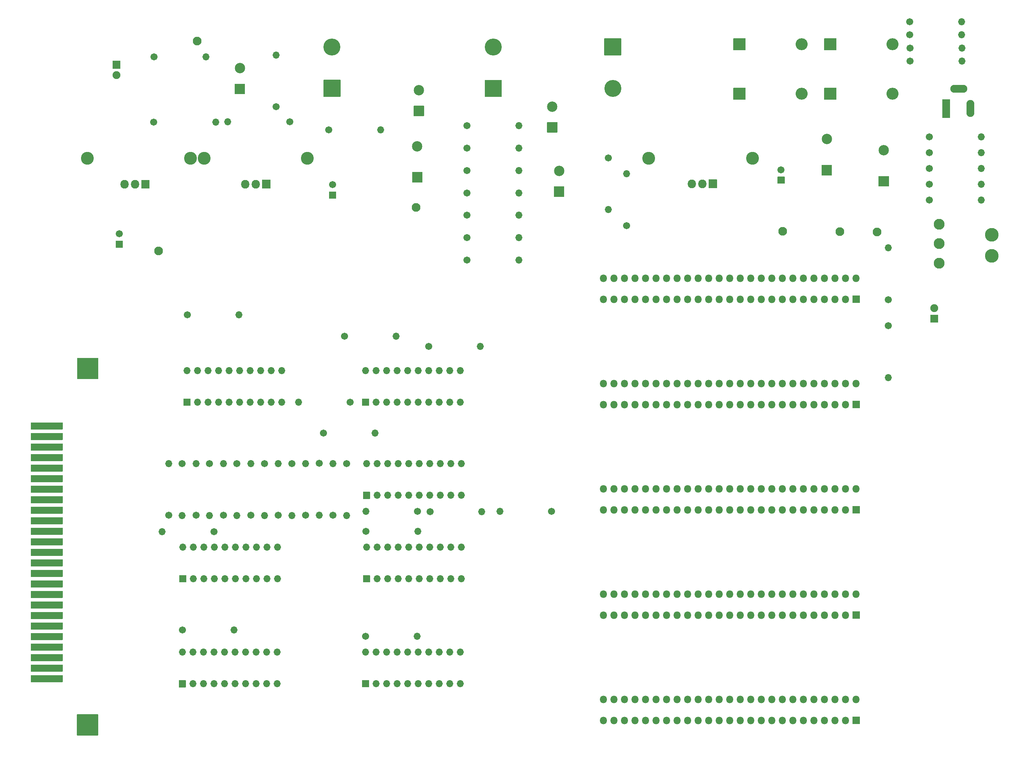
<source format=gbr>
G04 #@! TF.GenerationSoftware,KiCad,Pcbnew,5.1.8-5.1.8*
G04 #@! TF.CreationDate,2021-09-15T21:29:48-07:00*
G04 #@! TF.ProjectId,1090,31303930-2e6b-4696-9361-645f70636258,rev?*
G04 #@! TF.SameCoordinates,Original*
G04 #@! TF.FileFunction,Soldermask,Top*
G04 #@! TF.FilePolarity,Negative*
%FSLAX46Y46*%
G04 Gerber Fmt 4.6, Leading zero omitted, Abs format (unit mm)*
G04 Created by KiCad (PCBNEW 5.1.8-5.1.8) date 2021-09-15 21:29:48*
%MOMM*%
%LPD*%
G01*
G04 APERTURE LIST*
%ADD10C,3.302000*%
%ADD11C,2.626000*%
%ADD12O,1.802000X1.802000*%
%ADD13C,3.102000*%
%ADD14O,4.102000X1.902000*%
%ADD15O,1.902000X4.102000*%
%ADD16C,1.702000*%
%ADD17O,1.702000X1.702000*%
%ADD18C,1.902000*%
%ADD19O,2.902000X2.902000*%
%ADD20C,4.102000*%
%ADD21C,2.502000*%
%ADD22O,2.007000X2.102000*%
%ADD23C,2.102000*%
G04 APERTURE END LIST*
D10*
X532384000Y-183794400D03*
X532384000Y-178714400D03*
D11*
X519684000Y-185574401D03*
X519684000Y-180874401D03*
X519684000Y-176174400D03*
D12*
X438650000Y-290810000D03*
X438650000Y-295890000D03*
X441190000Y-290810000D03*
X441190000Y-295890000D03*
X443730000Y-290810000D03*
X443730000Y-295890000D03*
X446270000Y-290810000D03*
X446270000Y-295890000D03*
X448810000Y-290810000D03*
X448810000Y-295890000D03*
X451350000Y-290810000D03*
X451350000Y-295890000D03*
X453890000Y-290810000D03*
X453890000Y-295890000D03*
X456430000Y-290810000D03*
X456430000Y-295890000D03*
X458970000Y-290810000D03*
X458970000Y-295890000D03*
X461510000Y-290810000D03*
X461510000Y-295890000D03*
X464050000Y-290810000D03*
X464050000Y-295890000D03*
X466590000Y-290810000D03*
X466590000Y-295890000D03*
X469130000Y-290810000D03*
X469130000Y-295890000D03*
X471670000Y-290810000D03*
X471670000Y-295890000D03*
X474210000Y-290810000D03*
X474210000Y-295890000D03*
X476750000Y-290810000D03*
X476750000Y-295890000D03*
X479290000Y-290810000D03*
X479290000Y-295890000D03*
X481830000Y-290810000D03*
X481830000Y-295890000D03*
X484370000Y-290810000D03*
X484370000Y-295890000D03*
X486910000Y-290810000D03*
X486910000Y-295890000D03*
X489450000Y-290810000D03*
X489450000Y-295890000D03*
X491990000Y-290810000D03*
X491990000Y-295890000D03*
X494530000Y-290810000D03*
X494530000Y-295890000D03*
X497070000Y-290810000D03*
X497070000Y-295890000D03*
X499610000Y-290810000D03*
G36*
G01*
X498760000Y-294989000D02*
X500460000Y-294989000D01*
G75*
G02*
X500511000Y-295040000I0J-51000D01*
G01*
X500511000Y-296740000D01*
G75*
G02*
X500460000Y-296791000I-51000J0D01*
G01*
X498760000Y-296791000D01*
G75*
G02*
X498709000Y-296740000I0J51000D01*
G01*
X498709000Y-295040000D01*
G75*
G02*
X498760000Y-294989000I51000J0D01*
G01*
G37*
X438650000Y-189200000D03*
X438650000Y-194280000D03*
X441190000Y-189200000D03*
X441190000Y-194280000D03*
X443730000Y-189200000D03*
X443730000Y-194280000D03*
X446270000Y-189200000D03*
X446270000Y-194280000D03*
X448810000Y-189200000D03*
X448810000Y-194280000D03*
X451350000Y-189200000D03*
X451350000Y-194280000D03*
X453890000Y-189200000D03*
X453890000Y-194280000D03*
X456430000Y-189200000D03*
X456430000Y-194280000D03*
X458970000Y-189200000D03*
X458970000Y-194280000D03*
X461510000Y-189200000D03*
X461510000Y-194280000D03*
X464050000Y-189200000D03*
X464050000Y-194280000D03*
X466590000Y-189200000D03*
X466590000Y-194280000D03*
X469130000Y-189200000D03*
X469130000Y-194280000D03*
X471670000Y-189200000D03*
X471670000Y-194280000D03*
X474210000Y-189200000D03*
X474210000Y-194280000D03*
X476750000Y-189200000D03*
X476750000Y-194280000D03*
X479290000Y-189200000D03*
X479290000Y-194280000D03*
X481830000Y-189200000D03*
X481830000Y-194280000D03*
X484370000Y-189200000D03*
X484370000Y-194280000D03*
X486910000Y-189200000D03*
X486910000Y-194280000D03*
X489450000Y-189200000D03*
X489450000Y-194280000D03*
X491990000Y-189200000D03*
X491990000Y-194280000D03*
X494530000Y-189200000D03*
X494530000Y-194280000D03*
X497070000Y-189200000D03*
X497070000Y-194280000D03*
X499610000Y-189200000D03*
G36*
G01*
X498760000Y-193379000D02*
X500460000Y-193379000D01*
G75*
G02*
X500511000Y-193430000I0J-51000D01*
G01*
X500511000Y-195130000D01*
G75*
G02*
X500460000Y-195181000I-51000J0D01*
G01*
X498760000Y-195181000D01*
G75*
G02*
X498709000Y-195130000I0J51000D01*
G01*
X498709000Y-193430000D01*
G75*
G02*
X498760000Y-193379000I51000J0D01*
G01*
G37*
X438660000Y-214610000D03*
X438660000Y-219690000D03*
X441200000Y-214610000D03*
X441200000Y-219690000D03*
X443740000Y-214610000D03*
X443740000Y-219690000D03*
X446280000Y-214610000D03*
X446280000Y-219690000D03*
X448820000Y-214610000D03*
X448820000Y-219690000D03*
X451360000Y-214610000D03*
X451360000Y-219690000D03*
X453900000Y-214610000D03*
X453900000Y-219690000D03*
X456440000Y-214610000D03*
X456440000Y-219690000D03*
X458980000Y-214610000D03*
X458980000Y-219690000D03*
X461520000Y-214610000D03*
X461520000Y-219690000D03*
X464060000Y-214610000D03*
X464060000Y-219690000D03*
X466600000Y-214610000D03*
X466600000Y-219690000D03*
X469140000Y-214610000D03*
X469140000Y-219690000D03*
X471680000Y-214610000D03*
X471680000Y-219690000D03*
X474220000Y-214610000D03*
X474220000Y-219690000D03*
X476760000Y-214610000D03*
X476760000Y-219690000D03*
X479300000Y-214610000D03*
X479300000Y-219690000D03*
X481840000Y-214610000D03*
X481840000Y-219690000D03*
X484380000Y-214610000D03*
X484380000Y-219690000D03*
X486920000Y-214610000D03*
X486920000Y-219690000D03*
X489460000Y-214610000D03*
X489460000Y-219690000D03*
X492000000Y-214610000D03*
X492000000Y-219690000D03*
X494540000Y-214610000D03*
X494540000Y-219690000D03*
X497080000Y-214610000D03*
X497080000Y-219690000D03*
X499620000Y-214610000D03*
G36*
G01*
X498770000Y-218789000D02*
X500470000Y-218789000D01*
G75*
G02*
X500521000Y-218840000I0J-51000D01*
G01*
X500521000Y-220540000D01*
G75*
G02*
X500470000Y-220591000I-51000J0D01*
G01*
X498770000Y-220591000D01*
G75*
G02*
X498719000Y-220540000I0J51000D01*
G01*
X498719000Y-218840000D01*
G75*
G02*
X498770000Y-218789000I51000J0D01*
G01*
G37*
X438660000Y-240000000D03*
X438660000Y-245080000D03*
X441200000Y-240000000D03*
X441200000Y-245080000D03*
X443740000Y-240000000D03*
X443740000Y-245080000D03*
X446280000Y-240000000D03*
X446280000Y-245080000D03*
X448820000Y-240000000D03*
X448820000Y-245080000D03*
X451360000Y-240000000D03*
X451360000Y-245080000D03*
X453900000Y-240000000D03*
X453900000Y-245080000D03*
X456440000Y-240000000D03*
X456440000Y-245080000D03*
X458980000Y-240000000D03*
X458980000Y-245080000D03*
X461520000Y-240000000D03*
X461520000Y-245080000D03*
X464060000Y-240000000D03*
X464060000Y-245080000D03*
X466600000Y-240000000D03*
X466600000Y-245080000D03*
X469140000Y-240000000D03*
X469140000Y-245080000D03*
X471680000Y-240000000D03*
X471680000Y-245080000D03*
X474220000Y-240000000D03*
X474220000Y-245080000D03*
X476760000Y-240000000D03*
X476760000Y-245080000D03*
X479300000Y-240000000D03*
X479300000Y-245080000D03*
X481840000Y-240000000D03*
X481840000Y-245080000D03*
X484380000Y-240000000D03*
X484380000Y-245080000D03*
X486920000Y-240000000D03*
X486920000Y-245080000D03*
X489460000Y-240000000D03*
X489460000Y-245080000D03*
X492000000Y-240000000D03*
X492000000Y-245080000D03*
X494540000Y-240000000D03*
X494540000Y-245080000D03*
X497080000Y-240000000D03*
X497080000Y-245080000D03*
X499620000Y-240000000D03*
G36*
G01*
X498770000Y-244179000D02*
X500470000Y-244179000D01*
G75*
G02*
X500521000Y-244230000I0J-51000D01*
G01*
X500521000Y-245930000D01*
G75*
G02*
X500470000Y-245981000I-51000J0D01*
G01*
X498770000Y-245981000D01*
G75*
G02*
X498719000Y-245930000I0J51000D01*
G01*
X498719000Y-244230000D01*
G75*
G02*
X498770000Y-244179000I51000J0D01*
G01*
G37*
X438640000Y-265410000D03*
X438640000Y-270490000D03*
X441180000Y-265410000D03*
X441180000Y-270490000D03*
X443720000Y-265410000D03*
X443720000Y-270490000D03*
X446260000Y-265410000D03*
X446260000Y-270490000D03*
X448800000Y-265410000D03*
X448800000Y-270490000D03*
X451340000Y-265410000D03*
X451340000Y-270490000D03*
X453880000Y-265410000D03*
X453880000Y-270490000D03*
X456420000Y-265410000D03*
X456420000Y-270490000D03*
X458960000Y-265410000D03*
X458960000Y-270490000D03*
X461500000Y-265410000D03*
X461500000Y-270490000D03*
X464040000Y-265410000D03*
X464040000Y-270490000D03*
X466580000Y-265410000D03*
X466580000Y-270490000D03*
X469120000Y-265410000D03*
X469120000Y-270490000D03*
X471660000Y-265410000D03*
X471660000Y-270490000D03*
X474200000Y-265410000D03*
X474200000Y-270490000D03*
X476740000Y-265410000D03*
X476740000Y-270490000D03*
X479280000Y-265410000D03*
X479280000Y-270490000D03*
X481820000Y-265410000D03*
X481820000Y-270490000D03*
X484360000Y-265410000D03*
X484360000Y-270490000D03*
X486900000Y-265410000D03*
X486900000Y-270490000D03*
X489440000Y-265410000D03*
X489440000Y-270490000D03*
X491980000Y-265410000D03*
X491980000Y-270490000D03*
X494520000Y-265410000D03*
X494520000Y-270490000D03*
X497060000Y-265410000D03*
X497060000Y-270490000D03*
X499600000Y-265410000D03*
G36*
G01*
X498750000Y-269589000D02*
X500450000Y-269589000D01*
G75*
G02*
X500501000Y-269640000I0J-51000D01*
G01*
X500501000Y-271340000D01*
G75*
G02*
X500450000Y-271391000I-51000J0D01*
G01*
X498750000Y-271391000D01*
G75*
G02*
X498699000Y-271340000I0J51000D01*
G01*
X498699000Y-269640000D01*
G75*
G02*
X498750000Y-269589000I51000J0D01*
G01*
G37*
D13*
X474573600Y-160274000D03*
X449580000Y-160274000D03*
X367182400Y-160274000D03*
X314045600Y-160274000D03*
X342290400Y-160274000D03*
X338937600Y-160274000D03*
G36*
G01*
X308100000Y-240913000D02*
X300480000Y-240913000D01*
G75*
G02*
X300429000Y-240862000I0J51000D01*
G01*
X300429000Y-239338000D01*
G75*
G02*
X300480000Y-239287000I51000J0D01*
G01*
X308100000Y-239287000D01*
G75*
G02*
X308151000Y-239338000I0J-51000D01*
G01*
X308151000Y-240862000D01*
G75*
G02*
X308100000Y-240913000I-51000J0D01*
G01*
G37*
G36*
G01*
X308100000Y-248533000D02*
X300480000Y-248533000D01*
G75*
G02*
X300429000Y-248482000I0J51000D01*
G01*
X300429000Y-246958000D01*
G75*
G02*
X300480000Y-246907000I51000J0D01*
G01*
X308100000Y-246907000D01*
G75*
G02*
X308151000Y-246958000I0J-51000D01*
G01*
X308151000Y-248482000D01*
G75*
G02*
X308100000Y-248533000I-51000J0D01*
G01*
G37*
G36*
G01*
X308100000Y-238373000D02*
X300480000Y-238373000D01*
G75*
G02*
X300429000Y-238322000I0J51000D01*
G01*
X300429000Y-236798000D01*
G75*
G02*
X300480000Y-236747000I51000J0D01*
G01*
X308100000Y-236747000D01*
G75*
G02*
X308151000Y-236798000I0J-51000D01*
G01*
X308151000Y-238322000D01*
G75*
G02*
X308100000Y-238373000I-51000J0D01*
G01*
G37*
G36*
G01*
X308100000Y-243453000D02*
X300480000Y-243453000D01*
G75*
G02*
X300429000Y-243402000I0J51000D01*
G01*
X300429000Y-241878000D01*
G75*
G02*
X300480000Y-241827000I51000J0D01*
G01*
X308100000Y-241827000D01*
G75*
G02*
X308151000Y-241878000I0J-51000D01*
G01*
X308151000Y-243402000D01*
G75*
G02*
X308100000Y-243453000I-51000J0D01*
G01*
G37*
G36*
G01*
X308100000Y-245993000D02*
X300480000Y-245993000D01*
G75*
G02*
X300429000Y-245942000I0J51000D01*
G01*
X300429000Y-244418000D01*
G75*
G02*
X300480000Y-244367000I51000J0D01*
G01*
X308100000Y-244367000D01*
G75*
G02*
X308151000Y-244418000I0J-51000D01*
G01*
X308151000Y-245942000D01*
G75*
G02*
X308100000Y-245993000I-51000J0D01*
G01*
G37*
G36*
G01*
X308100000Y-233293000D02*
X300480000Y-233293000D01*
G75*
G02*
X300429000Y-233242000I0J51000D01*
G01*
X300429000Y-231718000D01*
G75*
G02*
X300480000Y-231667000I51000J0D01*
G01*
X308100000Y-231667000D01*
G75*
G02*
X308151000Y-231718000I0J-51000D01*
G01*
X308151000Y-233242000D01*
G75*
G02*
X308100000Y-233293000I-51000J0D01*
G01*
G37*
G36*
G01*
X308100000Y-230753000D02*
X300480000Y-230753000D01*
G75*
G02*
X300429000Y-230702000I0J51000D01*
G01*
X300429000Y-229178000D01*
G75*
G02*
X300480000Y-229127000I51000J0D01*
G01*
X308100000Y-229127000D01*
G75*
G02*
X308151000Y-229178000I0J-51000D01*
G01*
X308151000Y-230702000D01*
G75*
G02*
X308100000Y-230753000I-51000J0D01*
G01*
G37*
G36*
G01*
X308100000Y-225673000D02*
X300480000Y-225673000D01*
G75*
G02*
X300429000Y-225622000I0J51000D01*
G01*
X300429000Y-224098000D01*
G75*
G02*
X300480000Y-224047000I51000J0D01*
G01*
X308100000Y-224047000D01*
G75*
G02*
X308151000Y-224098000I0J-51000D01*
G01*
X308151000Y-225622000D01*
G75*
G02*
X308100000Y-225673000I-51000J0D01*
G01*
G37*
G36*
G01*
X308100000Y-235833000D02*
X300480000Y-235833000D01*
G75*
G02*
X300429000Y-235782000I0J51000D01*
G01*
X300429000Y-234258000D01*
G75*
G02*
X300480000Y-234207000I51000J0D01*
G01*
X308100000Y-234207000D01*
G75*
G02*
X308151000Y-234258000I0J-51000D01*
G01*
X308151000Y-235782000D01*
G75*
G02*
X308100000Y-235833000I-51000J0D01*
G01*
G37*
G36*
G01*
X308100000Y-228213000D02*
X300480000Y-228213000D01*
G75*
G02*
X300429000Y-228162000I0J51000D01*
G01*
X300429000Y-226638000D01*
G75*
G02*
X300480000Y-226587000I51000J0D01*
G01*
X308100000Y-226587000D01*
G75*
G02*
X308151000Y-226638000I0J-51000D01*
G01*
X308151000Y-228162000D01*
G75*
G02*
X308100000Y-228213000I-51000J0D01*
G01*
G37*
G36*
G01*
X308100000Y-286633000D02*
X300480000Y-286633000D01*
G75*
G02*
X300429000Y-286582000I0J51000D01*
G01*
X300429000Y-285058000D01*
G75*
G02*
X300480000Y-285007000I51000J0D01*
G01*
X308100000Y-285007000D01*
G75*
G02*
X308151000Y-285058000I0J-51000D01*
G01*
X308151000Y-286582000D01*
G75*
G02*
X308100000Y-286633000I-51000J0D01*
G01*
G37*
G36*
G01*
X308100000Y-284093000D02*
X300480000Y-284093000D01*
G75*
G02*
X300429000Y-284042000I0J51000D01*
G01*
X300429000Y-282518000D01*
G75*
G02*
X300480000Y-282467000I51000J0D01*
G01*
X308100000Y-282467000D01*
G75*
G02*
X308151000Y-282518000I0J-51000D01*
G01*
X308151000Y-284042000D01*
G75*
G02*
X308100000Y-284093000I-51000J0D01*
G01*
G37*
G36*
G01*
X308100000Y-281553000D02*
X300480000Y-281553000D01*
G75*
G02*
X300429000Y-281502000I0J51000D01*
G01*
X300429000Y-279978000D01*
G75*
G02*
X300480000Y-279927000I51000J0D01*
G01*
X308100000Y-279927000D01*
G75*
G02*
X308151000Y-279978000I0J-51000D01*
G01*
X308151000Y-281502000D01*
G75*
G02*
X308100000Y-281553000I-51000J0D01*
G01*
G37*
G36*
G01*
X308100000Y-279013000D02*
X300480000Y-279013000D01*
G75*
G02*
X300429000Y-278962000I0J51000D01*
G01*
X300429000Y-277438000D01*
G75*
G02*
X300480000Y-277387000I51000J0D01*
G01*
X308100000Y-277387000D01*
G75*
G02*
X308151000Y-277438000I0J-51000D01*
G01*
X308151000Y-278962000D01*
G75*
G02*
X308100000Y-279013000I-51000J0D01*
G01*
G37*
G36*
G01*
X308100000Y-276473000D02*
X300480000Y-276473000D01*
G75*
G02*
X300429000Y-276422000I0J51000D01*
G01*
X300429000Y-274898000D01*
G75*
G02*
X300480000Y-274847000I51000J0D01*
G01*
X308100000Y-274847000D01*
G75*
G02*
X308151000Y-274898000I0J-51000D01*
G01*
X308151000Y-276422000D01*
G75*
G02*
X308100000Y-276473000I-51000J0D01*
G01*
G37*
G36*
G01*
X308100000Y-273933000D02*
X300480000Y-273933000D01*
G75*
G02*
X300429000Y-273882000I0J51000D01*
G01*
X300429000Y-272358000D01*
G75*
G02*
X300480000Y-272307000I51000J0D01*
G01*
X308100000Y-272307000D01*
G75*
G02*
X308151000Y-272358000I0J-51000D01*
G01*
X308151000Y-273882000D01*
G75*
G02*
X308100000Y-273933000I-51000J0D01*
G01*
G37*
G36*
G01*
X308100000Y-271393000D02*
X300480000Y-271393000D01*
G75*
G02*
X300429000Y-271342000I0J51000D01*
G01*
X300429000Y-269818000D01*
G75*
G02*
X300480000Y-269767000I51000J0D01*
G01*
X308100000Y-269767000D01*
G75*
G02*
X308151000Y-269818000I0J-51000D01*
G01*
X308151000Y-271342000D01*
G75*
G02*
X308100000Y-271393000I-51000J0D01*
G01*
G37*
G36*
G01*
X308100000Y-268853000D02*
X300480000Y-268853000D01*
G75*
G02*
X300429000Y-268802000I0J51000D01*
G01*
X300429000Y-267278000D01*
G75*
G02*
X300480000Y-267227000I51000J0D01*
G01*
X308100000Y-267227000D01*
G75*
G02*
X308151000Y-267278000I0J-51000D01*
G01*
X308151000Y-268802000D01*
G75*
G02*
X308100000Y-268853000I-51000J0D01*
G01*
G37*
G36*
G01*
X308100000Y-266313000D02*
X300480000Y-266313000D01*
G75*
G02*
X300429000Y-266262000I0J51000D01*
G01*
X300429000Y-264738000D01*
G75*
G02*
X300480000Y-264687000I51000J0D01*
G01*
X308100000Y-264687000D01*
G75*
G02*
X308151000Y-264738000I0J-51000D01*
G01*
X308151000Y-266262000D01*
G75*
G02*
X308100000Y-266313000I-51000J0D01*
G01*
G37*
G36*
G01*
X308100000Y-263773000D02*
X300480000Y-263773000D01*
G75*
G02*
X300429000Y-263722000I0J51000D01*
G01*
X300429000Y-262198000D01*
G75*
G02*
X300480000Y-262147000I51000J0D01*
G01*
X308100000Y-262147000D01*
G75*
G02*
X308151000Y-262198000I0J-51000D01*
G01*
X308151000Y-263722000D01*
G75*
G02*
X308100000Y-263773000I-51000J0D01*
G01*
G37*
G36*
G01*
X308100000Y-261233000D02*
X300480000Y-261233000D01*
G75*
G02*
X300429000Y-261182000I0J51000D01*
G01*
X300429000Y-259658000D01*
G75*
G02*
X300480000Y-259607000I51000J0D01*
G01*
X308100000Y-259607000D01*
G75*
G02*
X308151000Y-259658000I0J-51000D01*
G01*
X308151000Y-261182000D01*
G75*
G02*
X308100000Y-261233000I-51000J0D01*
G01*
G37*
G36*
G01*
X308100000Y-258693000D02*
X300480000Y-258693000D01*
G75*
G02*
X300429000Y-258642000I0J51000D01*
G01*
X300429000Y-257118000D01*
G75*
G02*
X300480000Y-257067000I51000J0D01*
G01*
X308100000Y-257067000D01*
G75*
G02*
X308151000Y-257118000I0J-51000D01*
G01*
X308151000Y-258642000D01*
G75*
G02*
X308100000Y-258693000I-51000J0D01*
G01*
G37*
G36*
G01*
X308100000Y-256153000D02*
X300480000Y-256153000D01*
G75*
G02*
X300429000Y-256102000I0J51000D01*
G01*
X300429000Y-254578000D01*
G75*
G02*
X300480000Y-254527000I51000J0D01*
G01*
X308100000Y-254527000D01*
G75*
G02*
X308151000Y-254578000I0J-51000D01*
G01*
X308151000Y-256102000D01*
G75*
G02*
X308100000Y-256153000I-51000J0D01*
G01*
G37*
G36*
G01*
X308100000Y-253613000D02*
X300480000Y-253613000D01*
G75*
G02*
X300429000Y-253562000I0J51000D01*
G01*
X300429000Y-252038000D01*
G75*
G02*
X300480000Y-251987000I51000J0D01*
G01*
X308100000Y-251987000D01*
G75*
G02*
X308151000Y-252038000I0J-51000D01*
G01*
X308151000Y-253562000D01*
G75*
G02*
X308100000Y-253613000I-51000J0D01*
G01*
G37*
G36*
G01*
X308100000Y-251073000D02*
X300480000Y-251073000D01*
G75*
G02*
X300429000Y-251022000I0J51000D01*
G01*
X300429000Y-249498000D01*
G75*
G02*
X300480000Y-249447000I51000J0D01*
G01*
X308100000Y-249447000D01*
G75*
G02*
X308151000Y-249498000I0J-51000D01*
G01*
X308151000Y-251022000D01*
G75*
G02*
X308100000Y-251073000I-51000J0D01*
G01*
G37*
D14*
X524357000Y-143469000D03*
D15*
X527157000Y-148269000D03*
G36*
G01*
X522257000Y-150520000D02*
X520457000Y-150520000D01*
G75*
G02*
X520406000Y-150469000I0J51000D01*
G01*
X520406000Y-146069000D01*
G75*
G02*
X520457000Y-146018000I51000J0D01*
G01*
X522257000Y-146018000D01*
G75*
G02*
X522308000Y-146069000I0J-51000D01*
G01*
X522308000Y-150469000D01*
G75*
G02*
X522257000Y-150520000I-51000J0D01*
G01*
G37*
D16*
X393780000Y-245470000D03*
D17*
X381280000Y-245470000D03*
D18*
X321115000Y-140241000D03*
G36*
G01*
X320215000Y-136750000D02*
X322015000Y-136750000D01*
G75*
G02*
X322066000Y-136801000I0J-51000D01*
G01*
X322066000Y-138601000D01*
G75*
G02*
X322015000Y-138652000I-51000J0D01*
G01*
X320215000Y-138652000D01*
G75*
G02*
X320164000Y-138601000I0J51000D01*
G01*
X320164000Y-136801000D01*
G75*
G02*
X320215000Y-136750000I51000J0D01*
G01*
G37*
X518483000Y-196425000D03*
G36*
G01*
X519383000Y-199916000D02*
X517583000Y-199916000D01*
G75*
G02*
X517532000Y-199865000I0J51000D01*
G01*
X517532000Y-198065000D01*
G75*
G02*
X517583000Y-198014000I51000J0D01*
G01*
X519383000Y-198014000D01*
G75*
G02*
X519434000Y-198065000I0J-51000D01*
G01*
X519434000Y-199865000D01*
G75*
G02*
X519383000Y-199916000I-51000J0D01*
G01*
G37*
D19*
X508364000Y-132777000D03*
G36*
G01*
X491913000Y-134167000D02*
X491913000Y-131367000D01*
G75*
G02*
X491964000Y-131316000I51000J0D01*
G01*
X494764000Y-131316000D01*
G75*
G02*
X494815000Y-131367000I0J-51000D01*
G01*
X494815000Y-134167000D01*
G75*
G02*
X494764000Y-134218000I-51000J0D01*
G01*
X491964000Y-134218000D01*
G75*
G02*
X491913000Y-134167000I0J51000D01*
G01*
G37*
X486440000Y-132777000D03*
G36*
G01*
X469989000Y-134167000D02*
X469989000Y-131367000D01*
G75*
G02*
X470040000Y-131316000I51000J0D01*
G01*
X472840000Y-131316000D01*
G75*
G02*
X472891000Y-131367000I0J-51000D01*
G01*
X472891000Y-134167000D01*
G75*
G02*
X472840000Y-134218000I-51000J0D01*
G01*
X470040000Y-134218000D01*
G75*
G02*
X469989000Y-134167000I0J51000D01*
G01*
G37*
X508364000Y-144715000D03*
G36*
G01*
X491913000Y-146105000D02*
X491913000Y-143305000D01*
G75*
G02*
X491964000Y-143254000I51000J0D01*
G01*
X494764000Y-143254000D01*
G75*
G02*
X494815000Y-143305000I0J-51000D01*
G01*
X494815000Y-146105000D01*
G75*
G02*
X494764000Y-146156000I-51000J0D01*
G01*
X491964000Y-146156000D01*
G75*
G02*
X491913000Y-146105000I0J51000D01*
G01*
G37*
D16*
X439830000Y-160145000D03*
D17*
X439830000Y-172645000D03*
D16*
X512648000Y-133664000D03*
D17*
X525148000Y-133664000D03*
D16*
X517275000Y-162747000D03*
D17*
X529775000Y-162747000D03*
D16*
X512573000Y-127304000D03*
D17*
X525073000Y-127304000D03*
D16*
X336990000Y-274099000D03*
D17*
X349490000Y-274099000D03*
D16*
X344630000Y-250350000D03*
D17*
X332130000Y-250350000D03*
D16*
X338180000Y-198020000D03*
D17*
X350680000Y-198020000D03*
D16*
X381313000Y-250238999D03*
D17*
X393813000Y-250238999D03*
D16*
X377530000Y-219120000D03*
D17*
X365030000Y-219120000D03*
D16*
X517275000Y-170367000D03*
D17*
X529775000Y-170367000D03*
D16*
X517275000Y-155127000D03*
D17*
X529775000Y-155127000D03*
D16*
X376106000Y-203233000D03*
D17*
X388606000Y-203233000D03*
D16*
X381186000Y-275623000D03*
D17*
X393686000Y-275623000D03*
D20*
X440876000Y-143383000D03*
G36*
G01*
X438876000Y-131332000D02*
X442876000Y-131332000D01*
G75*
G02*
X442927000Y-131383000I0J-51000D01*
G01*
X442927000Y-135383000D01*
G75*
G02*
X442876000Y-135434000I-51000J0D01*
G01*
X438876000Y-135434000D01*
G75*
G02*
X438825000Y-135383000I0J51000D01*
G01*
X438825000Y-131383000D01*
G75*
G02*
X438876000Y-131332000I51000J0D01*
G01*
G37*
X373120000Y-133389000D03*
G36*
G01*
X375120000Y-145440000D02*
X371120000Y-145440000D01*
G75*
G02*
X371069000Y-145389000I0J51000D01*
G01*
X371069000Y-141389000D01*
G75*
G02*
X371120000Y-141338000I51000J0D01*
G01*
X375120000Y-141338000D01*
G75*
G02*
X375171000Y-141389000I0J-51000D01*
G01*
X375171000Y-145389000D01*
G75*
G02*
X375120000Y-145440000I-51000J0D01*
G01*
G37*
X412047000Y-133416000D03*
G36*
G01*
X414047000Y-145467000D02*
X410047000Y-145467000D01*
G75*
G02*
X409996000Y-145416000I0J51000D01*
G01*
X409996000Y-141416000D01*
G75*
G02*
X410047000Y-141365000I51000J0D01*
G01*
X414047000Y-141365000D01*
G75*
G02*
X414098000Y-141416000I0J-51000D01*
G01*
X414098000Y-145416000D01*
G75*
G02*
X414047000Y-145467000I-51000J0D01*
G01*
G37*
D21*
X492530000Y-155645000D03*
G36*
G01*
X493730000Y-164396000D02*
X491330000Y-164396000D01*
G75*
G02*
X491279000Y-164345000I0J51000D01*
G01*
X491279000Y-161945000D01*
G75*
G02*
X491330000Y-161894000I51000J0D01*
G01*
X493730000Y-161894000D01*
G75*
G02*
X493781000Y-161945000I0J-51000D01*
G01*
X493781000Y-164345000D01*
G75*
G02*
X493730000Y-164396000I-51000J0D01*
G01*
G37*
X506262000Y-158309000D03*
G36*
G01*
X507462000Y-167060000D02*
X505062000Y-167060000D01*
G75*
G02*
X505011000Y-167009000I0J51000D01*
G01*
X505011000Y-164609000D01*
G75*
G02*
X505062000Y-164558000I51000J0D01*
G01*
X507462000Y-164558000D01*
G75*
G02*
X507513000Y-164609000I0J-51000D01*
G01*
X507513000Y-167009000D01*
G75*
G02*
X507462000Y-167060000I-51000J0D01*
G01*
G37*
G36*
G01*
X311589000Y-213510000D02*
X311589000Y-208510000D01*
G75*
G02*
X311640000Y-208459000I51000J0D01*
G01*
X316640000Y-208459000D01*
G75*
G02*
X316691000Y-208510000I0J-51000D01*
G01*
X316691000Y-213510000D01*
G75*
G02*
X316640000Y-213561000I-51000J0D01*
G01*
X311640000Y-213561000D01*
G75*
G02*
X311589000Y-213510000I0J51000D01*
G01*
G37*
G36*
G01*
X382240000Y-262571000D02*
X380640000Y-262571000D01*
G75*
G02*
X380589000Y-262520000I0J51000D01*
G01*
X380589000Y-260920000D01*
G75*
G02*
X380640000Y-260869000I51000J0D01*
G01*
X382240000Y-260869000D01*
G75*
G02*
X382291000Y-260920000I0J-51000D01*
G01*
X382291000Y-262520000D01*
G75*
G02*
X382240000Y-262571000I-51000J0D01*
G01*
G37*
D17*
X404300000Y-254100000D03*
X383980000Y-261720000D03*
X401760000Y-254100000D03*
X386520000Y-261720000D03*
X399220000Y-254100000D03*
X389060000Y-261720000D03*
X396680000Y-254100000D03*
X391600000Y-261720000D03*
X394140000Y-254100000D03*
X394140000Y-261720000D03*
X391600000Y-254100000D03*
X396680000Y-261720000D03*
X389060000Y-254100000D03*
X399220000Y-261720000D03*
X386520000Y-254100000D03*
X401760000Y-261720000D03*
X383980000Y-254100000D03*
X404300000Y-261720000D03*
X381440000Y-254100000D03*
G36*
G01*
X381986000Y-219959000D02*
X380386000Y-219959000D01*
G75*
G02*
X380335000Y-219908000I0J51000D01*
G01*
X380335000Y-218308000D01*
G75*
G02*
X380386000Y-218257000I51000J0D01*
G01*
X381986000Y-218257000D01*
G75*
G02*
X382037000Y-218308000I0J-51000D01*
G01*
X382037000Y-219908000D01*
G75*
G02*
X381986000Y-219959000I-51000J0D01*
G01*
G37*
X404046000Y-211488000D03*
X383726000Y-219108000D03*
X401506000Y-211488000D03*
X386266000Y-219108000D03*
X398966000Y-211488000D03*
X388806000Y-219108000D03*
X396426000Y-211488000D03*
X391346000Y-219108000D03*
X393886000Y-211488000D03*
X393886000Y-219108000D03*
X391346000Y-211488000D03*
X396426000Y-219108000D03*
X388806000Y-211488000D03*
X398966000Y-219108000D03*
X386266000Y-211488000D03*
X401506000Y-219108000D03*
X383726000Y-211488000D03*
X404046000Y-219108000D03*
X381186000Y-211488000D03*
G36*
G01*
X311579000Y-299459000D02*
X311579000Y-294459000D01*
G75*
G02*
X311630000Y-294408000I51000J0D01*
G01*
X316630000Y-294408000D01*
G75*
G02*
X316681000Y-294459000I0J-51000D01*
G01*
X316681000Y-299459000D01*
G75*
G02*
X316630000Y-299510000I-51000J0D01*
G01*
X311630000Y-299510000D01*
G75*
G02*
X311579000Y-299459000I0J51000D01*
G01*
G37*
G36*
G01*
X482305000Y-166396000D02*
X480705000Y-166396000D01*
G75*
G02*
X480654000Y-166345000I0J51000D01*
G01*
X480654000Y-164745000D01*
G75*
G02*
X480705000Y-164694000I51000J0D01*
G01*
X482305000Y-164694000D01*
G75*
G02*
X482356000Y-164745000I0J-51000D01*
G01*
X482356000Y-166345000D01*
G75*
G02*
X482305000Y-166396000I-51000J0D01*
G01*
G37*
D16*
X481505000Y-163045000D03*
G36*
G01*
X352080000Y-144791000D02*
X349680000Y-144791000D01*
G75*
G02*
X349629000Y-144740000I0J51000D01*
G01*
X349629000Y-142340000D01*
G75*
G02*
X349680000Y-142289000I51000J0D01*
G01*
X352080000Y-142289000D01*
G75*
G02*
X352131000Y-142340000I0J-51000D01*
G01*
X352131000Y-144740000D01*
G75*
G02*
X352080000Y-144791000I-51000J0D01*
G01*
G37*
D21*
X350880000Y-138540000D03*
D16*
X507405000Y-194370000D03*
D17*
X507405000Y-181870000D03*
D16*
X507355000Y-200695000D03*
D17*
X507355000Y-213195000D03*
D16*
X330194000Y-135769000D03*
D17*
X342694000Y-135769000D03*
D16*
X396426000Y-205646000D03*
D17*
X408926000Y-205646000D03*
D16*
X371026000Y-226537500D03*
D17*
X383526000Y-226537500D03*
D16*
X336980000Y-233920000D03*
D17*
X336980000Y-246420000D03*
D16*
X343580000Y-233920000D03*
D17*
X343580000Y-246420000D03*
D16*
X350180000Y-233920000D03*
D17*
X350180000Y-246420000D03*
D16*
X356802000Y-233920000D03*
D17*
X356802000Y-246420000D03*
D16*
X363430000Y-233920000D03*
D17*
X363430000Y-246420000D03*
D16*
X370030000Y-233870000D03*
D17*
X370030000Y-246370000D03*
D16*
X376614000Y-233920000D03*
D17*
X376614000Y-246420000D03*
D16*
X426110000Y-245430000D03*
D17*
X413610000Y-245430000D03*
X347955000Y-151495000D03*
D16*
X362955000Y-151495000D03*
X512573000Y-130459000D03*
D17*
X525073000Y-130459000D03*
D16*
X512648000Y-136819000D03*
D17*
X525148000Y-136819000D03*
D16*
X517275000Y-166557000D03*
D17*
X529775000Y-166557000D03*
D16*
X517275000Y-158937000D03*
D17*
X529775000Y-158937000D03*
X337075000Y-254082000D03*
X359935000Y-261702000D03*
X339615000Y-254082000D03*
X357395000Y-261702000D03*
X342155000Y-254082000D03*
X354855000Y-261702000D03*
X344695000Y-254082000D03*
X352315000Y-261702000D03*
X347235000Y-254082000D03*
X349775000Y-261702000D03*
X349775000Y-254082000D03*
X347235000Y-261702000D03*
X352315000Y-254082000D03*
X344695000Y-261702000D03*
X354855000Y-254082000D03*
X342155000Y-261702000D03*
X357395000Y-254082000D03*
X339615000Y-261702000D03*
X359935000Y-254082000D03*
G36*
G01*
X337875000Y-262553000D02*
X336275000Y-262553000D01*
G75*
G02*
X336224000Y-262502000I0J51000D01*
G01*
X336224000Y-260902000D01*
G75*
G02*
X336275000Y-260851000I51000J0D01*
G01*
X337875000Y-260851000D01*
G75*
G02*
X337926000Y-260902000I0J-51000D01*
G01*
X337926000Y-262502000D01*
G75*
G02*
X337875000Y-262553000I-51000J0D01*
G01*
G37*
X381186000Y-279392001D03*
X404046000Y-287012001D03*
X383726000Y-279392001D03*
X401506000Y-287012001D03*
X386266000Y-279392001D03*
X398966000Y-287012001D03*
X388806000Y-279392001D03*
X396426000Y-287012001D03*
X391346000Y-279392001D03*
X393886000Y-287012001D03*
X393886000Y-279392001D03*
X391346000Y-287012001D03*
X396426000Y-279392001D03*
X388806000Y-287012001D03*
X398966000Y-279392001D03*
X386266000Y-287012001D03*
X401506000Y-279392001D03*
X383726000Y-287012001D03*
X404046000Y-279392001D03*
G36*
G01*
X381986000Y-287863001D02*
X380386000Y-287863001D01*
G75*
G02*
X380335000Y-287812001I0J51000D01*
G01*
X380335000Y-286212001D01*
G75*
G02*
X380386000Y-286161001I51000J0D01*
G01*
X381986000Y-286161001D01*
G75*
G02*
X382037000Y-286212001I0J-51000D01*
G01*
X382037000Y-287812001D01*
G75*
G02*
X381986000Y-287863001I-51000J0D01*
G01*
G37*
X381440000Y-233967000D03*
X404300000Y-241587000D03*
X383980000Y-233967000D03*
X401760000Y-241587000D03*
X386520000Y-233967000D03*
X399220000Y-241587000D03*
X389060000Y-233967000D03*
X396680000Y-241587000D03*
X391600000Y-233967000D03*
X394140000Y-241587000D03*
X394140000Y-233967000D03*
X391600000Y-241587000D03*
X396680000Y-233967000D03*
X389060000Y-241587000D03*
X399220000Y-233967000D03*
X386520000Y-241587000D03*
X401760000Y-233967000D03*
X383980000Y-241587000D03*
X404300000Y-233967000D03*
G36*
G01*
X382240000Y-242438000D02*
X380640000Y-242438000D01*
G75*
G02*
X380589000Y-242387000I0J51000D01*
G01*
X380589000Y-240787000D01*
G75*
G02*
X380640000Y-240736000I51000J0D01*
G01*
X382240000Y-240736000D01*
G75*
G02*
X382291000Y-240787000I0J-51000D01*
G01*
X382291000Y-242387000D01*
G75*
G02*
X382240000Y-242438000I-51000J0D01*
G01*
G37*
G36*
G01*
X338891000Y-219959000D02*
X337291000Y-219959000D01*
G75*
G02*
X337240000Y-219908000I0J51000D01*
G01*
X337240000Y-218308000D01*
G75*
G02*
X337291000Y-218257000I51000J0D01*
G01*
X338891000Y-218257000D01*
G75*
G02*
X338942000Y-218308000I0J-51000D01*
G01*
X338942000Y-219908000D01*
G75*
G02*
X338891000Y-219959000I-51000J0D01*
G01*
G37*
X360951000Y-211488000D03*
X340631000Y-219108000D03*
X358411000Y-211488000D03*
X343171000Y-219108000D03*
X355871000Y-211488000D03*
X345711000Y-219108000D03*
X353331000Y-211488000D03*
X348251000Y-219108000D03*
X350791000Y-211488000D03*
X350791000Y-219108000D03*
X348251000Y-211488000D03*
X353331000Y-219108000D03*
X345711000Y-211488000D03*
X355871000Y-219108000D03*
X343171000Y-211488000D03*
X358411000Y-219108000D03*
X340631000Y-211488000D03*
X360951000Y-219108000D03*
X338091000Y-211488000D03*
D19*
X486440000Y-144715000D03*
G36*
G01*
X469989000Y-146105000D02*
X469989000Y-143305000D01*
G75*
G02*
X470040000Y-143254000I51000J0D01*
G01*
X472840000Y-143254000D01*
G75*
G02*
X472891000Y-143305000I0J-51000D01*
G01*
X472891000Y-146105000D01*
G75*
G02*
X472840000Y-146156000I-51000J0D01*
G01*
X470040000Y-146156000D01*
G75*
G02*
X469989000Y-146105000I0J51000D01*
G01*
G37*
G36*
G01*
X466033500Y-165420000D02*
X466033500Y-167420000D01*
G75*
G02*
X465982500Y-167471000I-51000J0D01*
G01*
X464077500Y-167471000D01*
G75*
G02*
X464026500Y-167420000I0J51000D01*
G01*
X464026500Y-165420000D01*
G75*
G02*
X464077500Y-165369000I51000J0D01*
G01*
X465982500Y-165369000D01*
G75*
G02*
X466033500Y-165420000I0J-51000D01*
G01*
G37*
D22*
X462490000Y-166420000D03*
X459950000Y-166420000D03*
G36*
G01*
X329103500Y-165530000D02*
X329103500Y-167530000D01*
G75*
G02*
X329052500Y-167581000I-51000J0D01*
G01*
X327147500Y-167581000D01*
G75*
G02*
X327096500Y-167530000I0J51000D01*
G01*
X327096500Y-165530000D01*
G75*
G02*
X327147500Y-165479000I51000J0D01*
G01*
X329052500Y-165479000D01*
G75*
G02*
X329103500Y-165530000I0J-51000D01*
G01*
G37*
X325560000Y-166530000D03*
X323020000Y-166530000D03*
X352180000Y-166500000D03*
X354720000Y-166500000D03*
G36*
G01*
X358263500Y-165500000D02*
X358263500Y-167500000D01*
G75*
G02*
X358212500Y-167551000I-51000J0D01*
G01*
X356307500Y-167551000D01*
G75*
G02*
X356256500Y-167500000I0J51000D01*
G01*
X356256500Y-165500000D01*
G75*
G02*
X356307500Y-165449000I51000J0D01*
G01*
X358212500Y-165449000D01*
G75*
G02*
X358263500Y-165500000I0J-51000D01*
G01*
G37*
D16*
X330067000Y-151517000D03*
D17*
X345067000Y-151517000D03*
X359658000Y-135334000D03*
D16*
X359658000Y-147834000D03*
D17*
X336996000Y-279433000D03*
X359856000Y-287053000D03*
X339536000Y-279433000D03*
X357316000Y-287053000D03*
X342076000Y-279433000D03*
X354776000Y-287053000D03*
X344616000Y-279433000D03*
X352236000Y-287053000D03*
X347156000Y-279433000D03*
X349696000Y-287053000D03*
X349696000Y-279433000D03*
X347156000Y-287053000D03*
X352236000Y-279433000D03*
X344616000Y-287053000D03*
X354776000Y-279433000D03*
X342076000Y-287053000D03*
X357316000Y-279433000D03*
X339536000Y-287053000D03*
X359856000Y-279433000D03*
G36*
G01*
X337796000Y-287904000D02*
X336196000Y-287904000D01*
G75*
G02*
X336145000Y-287853000I0J51000D01*
G01*
X336145000Y-286253000D01*
G75*
G02*
X336196000Y-286202000I51000J0D01*
G01*
X337796000Y-286202000D01*
G75*
G02*
X337847000Y-286253000I0J-51000D01*
G01*
X337847000Y-287853000D01*
G75*
G02*
X337796000Y-287904000I-51000J0D01*
G01*
G37*
D21*
X394075000Y-143850000D03*
G36*
G01*
X395275000Y-150101000D02*
X392875000Y-150101000D01*
G75*
G02*
X392824000Y-150050000I0J51000D01*
G01*
X392824000Y-147650000D01*
G75*
G02*
X392875000Y-147599000I51000J0D01*
G01*
X395275000Y-147599000D01*
G75*
G02*
X395326000Y-147650000I0J-51000D01*
G01*
X395326000Y-150050000D01*
G75*
G02*
X395275000Y-150101000I-51000J0D01*
G01*
G37*
G36*
G01*
X427471000Y-154065000D02*
X425071000Y-154065000D01*
G75*
G02*
X425020000Y-154014000I0J51000D01*
G01*
X425020000Y-151614000D01*
G75*
G02*
X425071000Y-151563000I51000J0D01*
G01*
X427471000Y-151563000D01*
G75*
G02*
X427522000Y-151614000I0J-51000D01*
G01*
X427522000Y-154014000D01*
G75*
G02*
X427471000Y-154065000I-51000J0D01*
G01*
G37*
X426271000Y-147814000D03*
X427922000Y-163308000D03*
G36*
G01*
X429122000Y-169559000D02*
X426722000Y-169559000D01*
G75*
G02*
X426671000Y-169508000I0J51000D01*
G01*
X426671000Y-167108000D01*
G75*
G02*
X426722000Y-167057000I51000J0D01*
G01*
X429122000Y-167057000D01*
G75*
G02*
X429173000Y-167108000I0J-51000D01*
G01*
X429173000Y-169508000D01*
G75*
G02*
X429122000Y-169559000I-51000J0D01*
G01*
G37*
G36*
G01*
X394894000Y-166103000D02*
X392494000Y-166103000D01*
G75*
G02*
X392443000Y-166052000I0J51000D01*
G01*
X392443000Y-163652000D01*
G75*
G02*
X392494000Y-163601000I51000J0D01*
G01*
X394894000Y-163601000D01*
G75*
G02*
X394945000Y-163652000I0J-51000D01*
G01*
X394945000Y-166052000D01*
G75*
G02*
X394894000Y-166103000I-51000J0D01*
G01*
G37*
X393694000Y-157352000D03*
G36*
G01*
X374060000Y-170011000D02*
X372460000Y-170011000D01*
G75*
G02*
X372409000Y-169960000I0J51000D01*
G01*
X372409000Y-168360000D01*
G75*
G02*
X372460000Y-168309000I51000J0D01*
G01*
X374060000Y-168309000D01*
G75*
G02*
X374111000Y-168360000I0J-51000D01*
G01*
X374111000Y-169960000D01*
G75*
G02*
X374060000Y-170011000I-51000J0D01*
G01*
G37*
D16*
X373260000Y-166660000D03*
X321750000Y-178508000D03*
G36*
G01*
X322550000Y-181859000D02*
X320950000Y-181859000D01*
G75*
G02*
X320899000Y-181808000I0J51000D01*
G01*
X320899000Y-180208000D01*
G75*
G02*
X320950000Y-180157000I51000J0D01*
G01*
X322550000Y-180157000D01*
G75*
G02*
X322601000Y-180208000I0J-51000D01*
G01*
X322601000Y-181808000D01*
G75*
G02*
X322550000Y-181859000I-51000J0D01*
G01*
G37*
D17*
X384858000Y-153422000D03*
D16*
X372358000Y-153422000D03*
D17*
X444255000Y-164020000D03*
D16*
X444255000Y-176520000D03*
D17*
X418197000Y-184818000D03*
D16*
X405697000Y-184818000D03*
D17*
X418197000Y-152433000D03*
D16*
X405697000Y-152433000D03*
X405697000Y-179420500D03*
D17*
X418197000Y-179420500D03*
D16*
X405697000Y-157830500D03*
D17*
X418197000Y-157830500D03*
D16*
X405697000Y-168625500D03*
D17*
X418197000Y-168625500D03*
D16*
X405697000Y-163228000D03*
D17*
X418197000Y-163228000D03*
D16*
X405697000Y-174023000D03*
D17*
X418197000Y-174023000D03*
D16*
X333688000Y-246413000D03*
D17*
X333688000Y-233913000D03*
X340292000Y-233913000D03*
D16*
X340292000Y-246413000D03*
X346896000Y-246413000D03*
D17*
X346896000Y-233913000D03*
X353500000Y-233913000D03*
D16*
X353500000Y-246413000D03*
X360104000Y-246413000D03*
D17*
X360104000Y-233913000D03*
X366708000Y-233913000D03*
D16*
X366708000Y-246413000D03*
D17*
X373312000Y-233913000D03*
D16*
X373312000Y-246413000D03*
D17*
X409280000Y-245513000D03*
D16*
X396780000Y-245513000D03*
D23*
X393440000Y-172091000D03*
X495680000Y-177930000D03*
X331275000Y-182620000D03*
X481850000Y-177920000D03*
X340608000Y-131959000D03*
X504690000Y-178070000D03*
M02*

</source>
